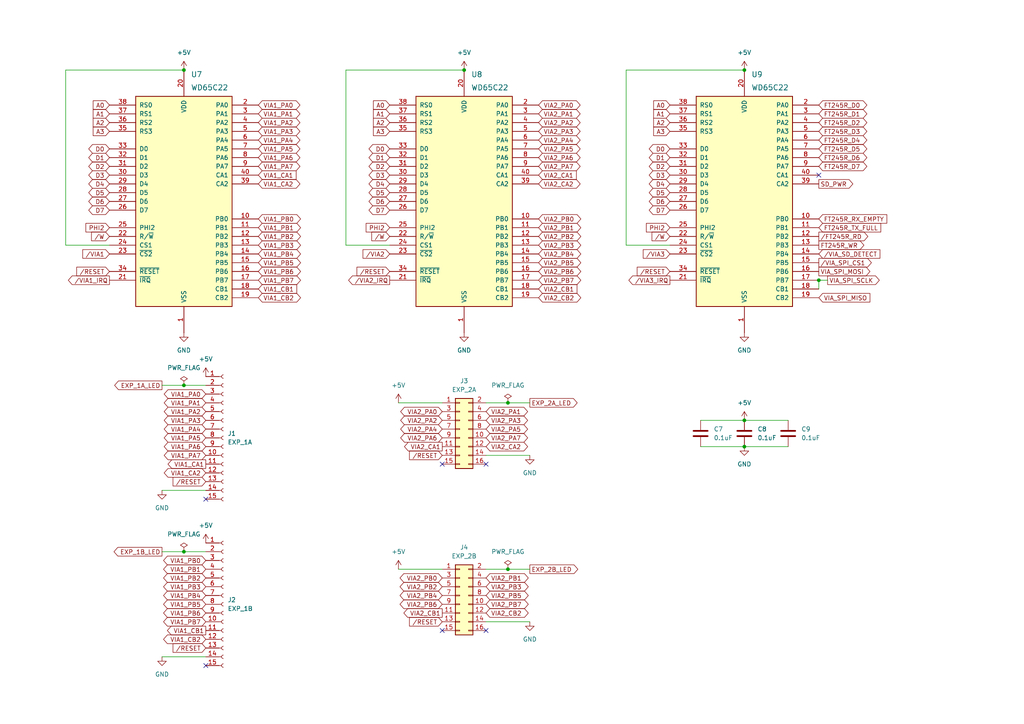
<source format=kicad_sch>
(kicad_sch (version 20211123) (generator eeschema)
  (paper "A4")
  (title_block (title "6502 SBC") (date "2022-04-02") (rev "2.3"))
  (lib_symbols
    (symbol "Connector:Conn_01x15_Female" (pin_names (offset 1.016) hide)
      (property "Reference" "J" (at 0 20.32 0))
      (property "Value" "Conn_01x15_Female" (at 0 -20.32 0))
      (symbol "Conn_01x15_Female_1_1"
        (arc (start 0 -17.272) (mid -0.508 -17.78) (end 0 -18.288) (stroke (width 0.1524)))
        (arc (start 0 -14.732) (mid -0.508 -15.24) (end 0 -15.748) (stroke (width 0.1524)))
        (arc (start 0 -12.192) (mid -0.508 -12.7) (end 0 -13.208) (stroke (width 0.1524)))
        (arc (start 0 -9.652) (mid -0.508 -10.16) (end 0 -10.668) (stroke (width 0.1524)))
        (arc (start 0 -7.112) (mid -0.508 -7.62) (end 0 -8.128) (stroke (width 0.1524)))
        (arc (start 0 -4.572) (mid -0.508 -5.08) (end 0 -5.588) (stroke (width 0.1524)))
        (arc (start 0 -2.032) (mid -0.508 -2.54) (end 0 -3.048) (stroke (width 0.1524)))
        (polyline (pts (xy -1.27 -17.78) (xy -0.508 -17.78)) (stroke (width 0.1524)))
        (polyline (pts (xy -1.27 -15.24) (xy -0.508 -15.24)) (stroke (width 0.1524)))
        (polyline (pts (xy -1.27 -12.7) (xy -0.508 -12.7)) (stroke (width 0.1524)))
        (polyline (pts (xy -1.27 -10.16) (xy -0.508 -10.16)) (stroke (width 0.1524)))
        (polyline (pts (xy -1.27 -7.62) (xy -0.508 -7.62)) (stroke (width 0.1524)))
        (polyline (pts (xy -1.27 -5.08) (xy -0.508 -5.08)) (stroke (width 0.1524)))
        (polyline (pts (xy -1.27 -2.54) (xy -0.508 -2.54)) (stroke (width 0.1524)))
        (polyline (pts (xy -1.27 0) (xy -0.508 0)) (stroke (width 0.1524)))
        (polyline (pts (xy -1.27 2.54) (xy -0.508 2.54)) (stroke (width 0.1524)))
        (polyline (pts (xy -1.27 5.08) (xy -0.508 5.08)) (stroke (width 0.1524)))
        (polyline (pts (xy -1.27 7.62) (xy -0.508 7.62)) (stroke (width 0.1524)))
        (polyline (pts (xy -1.27 10.16) (xy -0.508 10.16)) (stroke (width 0.1524)))
        (polyline (pts (xy -1.27 12.7) (xy -0.508 12.7)) (stroke (width 0.1524)))
        (polyline (pts (xy -1.27 15.24) (xy -0.508 15.24)) (stroke (width 0.1524)))
        (polyline (pts (xy -1.27 17.78) (xy -0.508 17.78)) (stroke (width 0.1524)))
        (arc (start 0 0.508) (mid -0.508 0) (end 0 -0.508) (stroke (width 0.1524)))
        (arc (start 0 3.048) (mid -0.508 2.54) (end 0 2.032) (stroke (width 0.1524)))
        (arc (start 0 5.588) (mid -0.508 5.08) (end 0 4.572) (stroke (width 0.1524)))
        (arc (start 0 8.128) (mid -0.508 7.62) (end 0 7.112) (stroke (width 0.1524)))
        (arc (start 0 10.668) (mid -0.508 10.16) (end 0 9.652) (stroke (width 0.1524)))
        (arc (start 0 13.208) (mid -0.508 12.7) (end 0 12.192) (stroke (width 0.1524)))
        (arc (start 0 15.748) (mid -0.508 15.24) (end 0 14.732) (stroke (width 0.1524)))
        (arc (start 0 18.288) (mid -0.508 17.78) (end 0 17.272) (stroke (width 0.1524)))
        (pin passive line (at -5.08 17.78 0) (length 3.81) (name "Pin_1") (number "1"))
        (pin passive line (at -5.08 -5.08 0) (length 3.81) (name "Pin_10") (number "10"))
        (pin passive line (at -5.08 -7.62 0) (length 3.81) (name "Pin_11") (number "11"))
        (pin passive line (at -5.08 -10.16 0) (length 3.81) (name "Pin_12") (number "12"))
        (pin passive line (at -5.08 -12.7 0) (length 3.81) (name "Pin_13") (number "13"))
        (pin passive line (at -5.08 -15.24 0) (length 3.81) (name "Pin_14") (number "14"))
        (pin passive line (at -5.08 -17.78 0) (length 3.81) (name "Pin_15") (number "15"))
        (pin passive line (at -5.08 15.24 0) (length 3.81) (name "Pin_2") (number "2"))
        (pin passive line (at -5.08 12.7 0) (length 3.81) (name "Pin_3") (number "3"))
        (pin passive line (at -5.08 10.16 0) (length 3.81) (name "Pin_4") (number "4"))
        (pin passive line (at -5.08 7.62 0) (length 3.81) (name "Pin_5") (number "5"))
        (pin passive line (at -5.08 5.08 0) (length 3.81) (name "Pin_6") (number "6"))
        (pin passive line (at -5.08 2.54 0) (length 3.81) (name "Pin_7") (number "7"))
        (pin passive line (at -5.08 0 0) (length 3.81) (name "Pin_8") (number "8"))
        (pin passive line (at -5.08 -2.54 0) (length 3.81) (name "Pin_9") (number "9"))
      )
    )
    (symbol "Connector_Generic:Conn_02x08_Odd_Even" (pin_names (offset 1.016) hide)
      (property "Reference" "J" (at 1.27 10.16 0))
      (property "Value" "Conn_02x08_Odd_Even" (at 1.27 -12.7 0))
      (symbol "Conn_02x08_Odd_Even_1_1"
        (rectangle (start -1.27 -10.033) (end 0 -10.287) (stroke (width 0.1524)))
        (rectangle (start -1.27 -7.493) (end 0 -7.747) (stroke (width 0.1524)))
        (rectangle (start -1.27 -4.953) (end 0 -5.207) (stroke (width 0.1524)))
        (rectangle (start -1.27 -2.413) (end 0 -2.667) (stroke (width 0.1524)))
        (rectangle (start -1.27 0.127) (end 0 -0.127) (stroke (width 0.1524)))
        (rectangle (start -1.27 2.667) (end 0 2.413) (stroke (width 0.1524)))
        (rectangle (start -1.27 5.207) (end 0 4.953) (stroke (width 0.1524)))
        (rectangle (start -1.27 7.747) (end 0 7.493) (stroke (width 0.1524)))
        (rectangle (start -1.27 8.89) (end 3.81 -11.43) (stroke (width 0.254)) (fill (type background)))
        (rectangle (start 3.81 -10.033) (end 2.54 -10.287) (stroke (width 0.1524)))
        (rectangle (start 3.81 -7.493) (end 2.54 -7.747) (stroke (width 0.1524)))
        (rectangle (start 3.81 -4.953) (end 2.54 -5.207) (stroke (width 0.1524)))
        (rectangle (start 3.81 -2.413) (end 2.54 -2.667) (stroke (width 0.1524)))
        (rectangle (start 3.81 0.127) (end 2.54 -0.127) (stroke (width 0.1524)))
        (rectangle (start 3.81 2.667) (end 2.54 2.413) (stroke (width 0.1524)))
        (rectangle (start 3.81 5.207) (end 2.54 4.953) (stroke (width 0.1524)))
        (rectangle (start 3.81 7.747) (end 2.54 7.493) (stroke (width 0.1524)))
        (pin passive line (at -5.08 7.62 0) (length 3.81) (name "Pin_1") (number "1"))
        (pin passive line (at 7.62 -2.54 180) (length 3.81) (name "Pin_10") (number "10"))
        (pin passive line (at -5.08 -5.08 0) (length 3.81) (name "Pin_11") (number "11"))
        (pin passive line (at 7.62 -5.08 180) (length 3.81) (name "Pin_12") (number "12"))
        (pin passive line (at -5.08 -7.62 0) (length 3.81) (name "Pin_13") (number "13"))
        (pin passive line (at 7.62 -7.62 180) (length 3.81) (name "Pin_14") (number "14"))
        (pin passive line (at -5.08 -10.16 0) (length 3.81) (name "Pin_15") (number "15"))
        (pin passive line (at 7.62 -10.16 180) (length 3.81) (name "Pin_16") (number "16"))
        (pin passive line (at 7.62 7.62 180) (length 3.81) (name "Pin_2") (number "2"))
        (pin passive line (at -5.08 5.08 0) (length 3.81) (name "Pin_3") (number "3"))
        (pin passive line (at 7.62 5.08 180) (length 3.81) (name "Pin_4") (number "4"))
        (pin passive line (at -5.08 2.54 0) (length 3.81) (name "Pin_5") (number "5"))
        (pin passive line (at 7.62 2.54 180) (length 3.81) (name "Pin_6") (number "6"))
        (pin passive line (at -5.08 0 0) (length 3.81) (name "Pin_7") (number "7"))
        (pin passive line (at 7.62 0 180) (length 3.81) (name "Pin_8") (number "8"))
        (pin passive line (at -5.08 -2.54 0) (length 3.81) (name "Pin_9") (number "9"))
      )
    )
    (symbol "Device:C" (pin_numbers hide) (pin_names (offset 0.254))
      (property "Reference" "C" (at 0.635 2.54 0))
      (property "Value" "C" (at 0.635 -2.54 0))
      (symbol "C_0_1"
        (polyline (pts (xy -2.032 -0.762) (xy 2.032 -0.762)) (stroke (width 0.508)))
        (polyline (pts (xy -2.032 0.762) (xy 2.032 0.762)) (stroke (width 0.508)))
      )
      (symbol "C_1_1"
        (pin passive line (at 0 3.81 270) (length 2.794) (name "~") (number "1"))
        (pin passive line (at 0 -3.81 90) (length 2.794) (name "~") (number "2"))
      )
    )
    (symbol "Project_MCU_WD_65Cxx:WD65C22" (pin_names (offset 1.016))
      (property "Reference" "U" (at -13.97 29.21 0))
      (property "Value" "WD65C22" (at 0 -2.54 0))
      (symbol "WD65C22_0_1"
        (rectangle (start -13.97 27.94) (end 13.97 -33.02) (stroke (width 0.254)) (fill (type background)))
      )
      (symbol "WD65C22_1_1"
        (pin power_in line (at 0 -40.64 90) (length 7.62) (name "VSS") (number "1"))
        (pin bidirectional line (at 21.59 -7.62 180) (length 7.62) (name "PB0") (number "10"))
        (pin bidirectional line (at 21.59 -10.16 180) (length 7.62) (name "PB1") (number "11"))
        (pin bidirectional line (at 21.59 -12.7 180) (length 7.62) (name "PB2") (number "12"))
        (pin bidirectional line (at 21.59 -15.24 180) (length 7.62) (name "PB3") (number "13"))
        (pin bidirectional line (at 21.59 -17.78 180) (length 7.62) (name "PB4") (number "14"))
        (pin bidirectional line (at 21.59 -20.32 180) (length 7.62) (name "PB5") (number "15"))
        (pin bidirectional line (at 21.59 -22.86 180) (length 7.62) (name "PB6") (number "16"))
        (pin bidirectional line (at 21.59 -25.4 180) (length 7.62) (name "PB7") (number "17"))
        (pin input line (at 21.59 -27.94 180) (length 7.62) (name "CB1") (number "18"))
        (pin bidirectional line (at 21.59 -30.48 180) (length 7.62) (name "CB2") (number "19"))
        (pin bidirectional line (at 21.59 25.4 180) (length 7.62) (name "PA0") (number "2"))
        (pin power_in line (at 0 35.56 270) (length 7.62) (name "VDD") (number "20"))
        (pin output line (at -21.59 -25.4 0) (length 7.62) (name "~{IRQ}") (number "21"))
        (pin input line (at -21.59 -12.7 0) (length 7.62) (name "R/~{W}") (number "22"))
        (pin input line (at -21.59 -17.78 0) (length 7.62) (name "~{CS2}") (number "23"))
        (pin input line (at -21.59 -15.24 0) (length 7.62) (name "CS1") (number "24"))
        (pin input line (at -21.59 -10.16 0) (length 7.62) (name "PHI2") (number "25"))
        (pin tri_state line (at -21.59 -5.08 0) (length 7.62) (name "D7") (number "26"))
        (pin tri_state line (at -21.59 -2.54 0) (length 7.62) (name "D6") (number "27"))
        (pin tri_state line (at -21.59 0 0) (length 7.62) (name "D5") (number "28"))
        (pin tri_state line (at -21.59 2.54 0) (length 7.62) (name "D4") (number "29"))
        (pin bidirectional line (at 21.59 22.86 180) (length 7.62) (name "PA1") (number "3"))
        (pin tri_state line (at -21.59 5.08 0) (length 7.62) (name "D3") (number "30"))
        (pin tri_state line (at -21.59 7.62 0) (length 7.62) (name "D2") (number "31"))
        (pin tri_state line (at -21.59 10.16 0) (length 7.62) (name "D1") (number "32"))
        (pin tri_state line (at -21.59 12.7 0) (length 7.62) (name "D0") (number "33"))
        (pin input line (at -21.59 -22.86 0) (length 7.62) (name "~{RESET}") (number "34"))
        (pin input line (at -21.59 17.78 0) (length 7.62) (name "RS3") (number "35"))
        (pin input line (at -21.59 20.32 0) (length 7.62) (name "RS2") (number "36"))
        (pin input line (at -21.59 22.86 0) (length 7.62) (name "RS1") (number "37"))
        (pin input line (at -21.59 25.4 0) (length 7.62) (name "RS0") (number "38"))
        (pin bidirectional line (at 21.59 2.54 180) (length 7.62) (name "CA2") (number "39"))
        (pin bidirectional line (at 21.59 20.32 180) (length 7.62) (name "PA2") (number "4"))
        (pin input line (at 21.59 5.08 180) (length 7.62) (name "CA1") (number "40"))
        (pin bidirectional line (at 21.59 17.78 180) (length 7.62) (name "PA3") (number "5"))
        (pin bidirectional line (at 21.59 15.24 180) (length 7.62) (name "PA4") (number "6"))
        (pin bidirectional line (at 21.59 12.7 180) (length 7.62) (name "PA5") (number "7"))
        (pin bidirectional line (at 21.59 10.16 180) (length 7.62) (name "PA6") (number "8"))
        (pin bidirectional line (at 21.59 7.62 180) (length 7.62) (name "PA7") (number "9"))
      )
    )
    (symbol "power:+5V" (power) (pin_names (offset 0))
      (property "Value" "+5V" (at 0 3.556 0))
      (symbol "+5V_0_1"
        (polyline (pts (xy -0.762 1.27) (xy 0 2.54)))
        (polyline (pts (xy 0 0) (xy 0 2.54)))
        (polyline (pts (xy 0 2.54) (xy 0.762 1.27)))
      )
      (symbol "+5V_1_1"
        (pin power_in line (at 0 0 90) (length 0) hide (name "+5V") (number "1"))
      )
    )
    (symbol "power:GND" (power) (pin_names (offset 0))
      (property "Value" "GND" (at 0 -3.81 0))
      (symbol "GND_0_1"
        (polyline (pts (xy 0 0) (xy 0 -1.27) (xy 1.27 -1.27) (xy 0 -2.54) (xy -1.27 -1.27) (xy 0 -1.27)))
      )
      (symbol "GND_1_1"
        (pin power_in line (at 0 0 270) (length 0) hide (name "GND") (number "1"))
      )
    )
    (symbol "power:PWR_FLAG" (power) (pin_numbers hide) (pin_names (offset 0) hide)
      (property "Value" "PWR_FLAG" (at 0 3.81 0))
      (symbol "PWR_FLAG_0_0"
        (pin power_out line (at 0 0 90) (length 0) (name "pwr") (number "1"))
      )
      (symbol "PWR_FLAG_0_1"
        (polyline (pts (xy 0 0) (xy 0 1.27) (xy -1.016 1.905) (xy 0 2.54) (xy 1.016 1.905) (xy 0 1.27)))
      )
    )
  )
  (junction (at 53.34 20.32))
  (junction (at 134.62 20.32))
  (junction (at 215.9 20.32))
  (junction (at 237.49 81.28))
  (junction (at 147.32 165.1))
  (junction (at 53.34 160.02))
  (junction (at 147.32 116.84))
  (junction (at 215.9 129.54))
  (junction (at 53.34 111.76))
  (junction (at 215.9 121.92))
  (no_connect (at 237.49 50.8))
  (no_connect (at 140.97 182.88))
  (no_connect (at 59.69 144.78))
  (no_connect (at 59.69 193.04))
  (no_connect (at 128.27 182.88))
  (no_connect (at 128.27 134.62))
  (no_connect (at 140.97 134.62))
  (wire (pts (xy 53.34 160.02) (xy 59.69 160.02)))
  (wire (pts (xy 181.61 20.32) (xy 215.9 20.32)))
  (wire (pts (xy 113.03 71.12) (xy 100.33 71.12)))
  (wire (pts (xy 153.67 132.08) (xy 140.97 132.08)))
  (wire (pts (xy 53.34 111.76) (xy 59.69 111.76)))
  (wire (pts (xy 194.31 71.12) (xy 181.61 71.12)))
  (wire (pts (xy 19.05 20.32) (xy 53.34 20.32)))
  (wire (pts (xy 237.49 81.28) (xy 237.49 83.82)))
  (wire (pts (xy 128.27 165.1) (xy 115.57 165.1)))
  (wire (pts (xy 46.99 111.76) (xy 53.34 111.76)))
  (wire (pts (xy 215.9 121.92) (xy 228.6 121.92)))
  (wire (pts (xy 153.67 180.34) (xy 140.97 180.34)))
  (wire (pts (xy 147.32 116.84) (xy 140.97 116.84)))
  (wire (pts (xy 100.33 20.32) (xy 134.62 20.32)))
  (wire (pts (xy 19.05 71.12) (xy 19.05 20.32)))
  (wire (pts (xy 128.27 116.84) (xy 115.57 116.84)))
  (wire (pts (xy 237.49 81.28) (xy 240.03 81.28)))
  (wire (pts (xy 46.99 142.24) (xy 59.69 142.24)))
  (wire (pts (xy 203.2 129.54) (xy 215.9 129.54)))
  (wire (pts (xy 147.32 165.1) (xy 140.97 165.1)))
  (wire (pts (xy 153.67 116.84) (xy 147.32 116.84)))
  (wire (pts (xy 181.61 71.12) (xy 181.61 20.32)))
  (wire (pts (xy 46.99 190.5) (xy 59.69 190.5)))
  (wire (pts (xy 153.67 165.1) (xy 147.32 165.1)))
  (wire (pts (xy 215.9 129.54) (xy 228.6 129.54)))
  (wire (pts (xy 203.2 121.92) (xy 215.9 121.92)))
  (wire (pts (xy 31.75 71.12) (xy 19.05 71.12)))
  (wire (pts (xy 46.99 160.02) (xy 53.34 160.02)))
  (wire (pts (xy 100.33 71.12) (xy 100.33 20.32)))
  (global_label "VIA1_PB2" (shape bidirectional) (at 74.93 68.58 0) (property "Intersheet References" "${INTERSHEET_REFS}" (effects hide)))
  (global_label "D2" (shape bidirectional) (at 113.03 48.26 180) (property "Intersheet References" "${INTERSHEET_REFS}" (effects hide)))
  (global_label "D7" (shape bidirectional) (at 113.03 60.96 180) (property "Intersheet References" "${INTERSHEET_REFS}" (effects hide)))
  (global_label "{slash}VIA_SPI_CS1" (shape output) (at 237.49 76.2 0) (property "Intersheet References" "${INTERSHEET_REFS}" (effects hide)))
  (global_label "VIA1_CA1" (shape input) (at 74.93 50.8 0) (property "Intersheet References" "${INTERSHEET_REFS}" (effects hide)))
  (global_label "VIA1_PB5" (shape bidirectional) (at 59.69 175.26 180) (property "Intersheet References" "${INTERSHEET_REFS}" (effects hide)))
  (global_label "A3" (shape input) (at 31.75 38.1 180) (property "Intersheet References" "${INTERSHEET_REFS}" (effects hide)))
  (global_label "PHI2" (shape input) (at 113.03 66.04 180) (property "Intersheet References" "${INTERSHEET_REFS}" (effects hide)))
  (global_label "D2" (shape bidirectional) (at 194.31 48.26 180) (property "Intersheet References" "${INTERSHEET_REFS}" (effects hide)))
  (global_label "VIA1_PB1" (shape bidirectional) (at 59.69 165.1 180) (property "Intersheet References" "${INTERSHEET_REFS}" (effects hide)))
  (global_label "VIA2_PB2" (shape bidirectional) (at 128.27 170.18 180) (property "Intersheet References" "${INTERSHEET_REFS}" (effects hide)))
  (global_label "VIA2_PB1" (shape bidirectional) (at 140.97 167.64 0) (property "Intersheet References" "${INTERSHEET_REFS}" (effects hide)))
  (global_label "EXP_1B_LED" (shape output) (at 46.99 160.02 180) (property "Intersheet References" "${INTERSHEET_REFS}" (effects hide)))
  (global_label "VIA2_PB1" (shape bidirectional) (at 156.21 66.04 0) (property "Intersheet References" "${INTERSHEET_REFS}" (effects hide)))
  (global_label "{slash}RESET" (shape input) (at 59.69 187.96 180) (property "Intersheet References" "${INTERSHEET_REFS}" (effects hide)))
  (global_label "A3" (shape input) (at 194.31 38.1 180) (property "Intersheet References" "${INTERSHEET_REFS}" (effects hide)))
  (global_label "A1" (shape input) (at 194.31 33.02 180) (property "Intersheet References" "${INTERSHEET_REFS}" (effects hide)))
  (global_label "VIA1_PA7" (shape bidirectional) (at 74.93 48.26 0) (property "Intersheet References" "${INTERSHEET_REFS}" (effects hide)))
  (global_label "A2" (shape input) (at 113.03 35.56 180) (property "Intersheet References" "${INTERSHEET_REFS}" (effects hide)))
  (global_label "D2" (shape bidirectional) (at 31.75 48.26 180) (property "Intersheet References" "${INTERSHEET_REFS}" (effects hide)))
  (global_label "VIA2_CA1" (shape input) (at 156.21 50.8 0) (property "Intersheet References" "${INTERSHEET_REFS}" (effects hide)))
  (global_label "{slash}RESET" (shape input) (at 128.27 132.08 180) (property "Intersheet References" "${INTERSHEET_REFS}" (effects hide)))
  (global_label "EXP_2B_LED" (shape output) (at 153.67 165.1 0) (property "Intersheet References" "${INTERSHEET_REFS}" (effects hide)))
  (global_label "VIA2_PA3" (shape bidirectional) (at 156.21 38.1 0) (property "Intersheet References" "${INTERSHEET_REFS}" (effects hide)))
  (global_label "D4" (shape bidirectional) (at 31.75 53.34 180) (property "Intersheet References" "${INTERSHEET_REFS}" (effects hide)))
  (global_label "{slash}RESET" (shape input) (at 113.03 78.74 180) (property "Intersheet References" "${INTERSHEET_REFS}" (effects hide)))
  (global_label "VIA1_PB4" (shape bidirectional) (at 74.93 73.66 0) (property "Intersheet References" "${INTERSHEET_REFS}" (effects hide)))
  (global_label "VIA2_CA1" (shape output) (at 128.27 129.54 180) (property "Intersheet References" "${INTERSHEET_REFS}" (effects hide)))
  (global_label "VIA1_PB1" (shape bidirectional) (at 74.93 66.04 0) (property "Intersheet References" "${INTERSHEET_REFS}" (effects hide)))
  (global_label "VIA_SPI_SCLK" (shape output) (at 240.03 81.28 0) (property "Intersheet References" "${INTERSHEET_REFS}" (effects hide)))
  (global_label "VIA1_PA5" (shape bidirectional) (at 59.69 127 180) (property "Intersheet References" "${INTERSHEET_REFS}" (effects hide)))
  (global_label "A0" (shape input) (at 31.75 30.48 180) (property "Intersheet References" "${INTERSHEET_REFS}" (effects hide)))
  (global_label "FT245R_D0" (shape bidirectional) (at 237.49 30.48 0) (property "Intersheet References" "${INTERSHEET_REFS}" (effects hide)))
  (global_label "FT245R_D6" (shape bidirectional) (at 237.49 45.72 0) (property "Intersheet References" "${INTERSHEET_REFS}" (effects hide)))
  (global_label "D4" (shape bidirectional) (at 194.31 53.34 180) (property "Intersheet References" "${INTERSHEET_REFS}" (effects hide)))
  (global_label "{slash}VIA3_IRQ" (shape output) (at 194.31 81.28 180) (property "Intersheet References" "${INTERSHEET_REFS}" (effects hide)))
  (global_label "SD_PWR" (shape output) (at 237.49 53.34 0) (property "Intersheet References" "${INTERSHEET_REFS}" (effects hide)))
  (global_label "VIA1_PB3" (shape bidirectional) (at 74.93 71.12 0) (property "Intersheet References" "${INTERSHEET_REFS}" (effects hide)))
  (global_label "{slash}W" (shape input) (at 31.75 68.58 180) (property "Intersheet References" "${INTERSHEET_REFS}" (effects hide)))
  (global_label "VIA2_PB3" (shape bidirectional) (at 156.21 71.12 0) (property "Intersheet References" "${INTERSHEET_REFS}" (effects hide)))
  (global_label "VIA2_PB4" (shape bidirectional) (at 128.27 172.72 180) (property "Intersheet References" "${INTERSHEET_REFS}" (effects hide)))
  (global_label "VIA1_PB7" (shape bidirectional) (at 59.69 180.34 180) (property "Intersheet References" "${INTERSHEET_REFS}" (effects hide)))
  (global_label "D7" (shape bidirectional) (at 31.75 60.96 180) (property "Intersheet References" "${INTERSHEET_REFS}" (effects hide)))
  (global_label "FT245R_D2" (shape bidirectional) (at 237.49 35.56 0) (property "Intersheet References" "${INTERSHEET_REFS}" (effects hide)))
  (global_label "VIA1_PB0" (shape bidirectional) (at 74.93 63.5 0) (property "Intersheet References" "${INTERSHEET_REFS}" (effects hide)))
  (global_label "A3" (shape input) (at 113.03 38.1 180) (property "Intersheet References" "${INTERSHEET_REFS}" (effects hide)))
  (global_label "{slash}RESET" (shape input) (at 194.31 78.74 180) (property "Intersheet References" "${INTERSHEET_REFS}" (effects hide)))
  (global_label "A0" (shape input) (at 194.31 30.48 180) (property "Intersheet References" "${INTERSHEET_REFS}" (effects hide)))
  (global_label "VIA2_CB1" (shape input) (at 156.21 83.82 0) (property "Intersheet References" "${INTERSHEET_REFS}" (effects hide)))
  (global_label "VIA2_PA2" (shape bidirectional) (at 156.21 35.56 0) (property "Intersheet References" "${INTERSHEET_REFS}" (effects hide)))
  (global_label "VIA1_PA0" (shape bidirectional) (at 59.69 114.3 180) (property "Intersheet References" "${INTERSHEET_REFS}" (effects hide)))
  (global_label "VIA1_CB1" (shape input) (at 74.93 83.82 0) (property "Intersheet References" "${INTERSHEET_REFS}" (effects hide)))
  (global_label "D6" (shape bidirectional) (at 113.03 58.42 180) (property "Intersheet References" "${INTERSHEET_REFS}" (effects hide)))
  (global_label "VIA1_PA3" (shape bidirectional) (at 74.93 38.1 0) (property "Intersheet References" "${INTERSHEET_REFS}" (effects hide)))
  (global_label "D5" (shape bidirectional) (at 113.03 55.88 180) (property "Intersheet References" "${INTERSHEET_REFS}" (effects hide)))
  (global_label "VIA2_PA6" (shape bidirectional) (at 128.27 127 180) (property "Intersheet References" "${INTERSHEET_REFS}" (effects hide)))
  (global_label "VIA1_PB6" (shape bidirectional) (at 59.69 177.8 180) (property "Intersheet References" "${INTERSHEET_REFS}" (effects hide)))
  (global_label "D4" (shape bidirectional) (at 113.03 53.34 180) (property "Intersheet References" "${INTERSHEET_REFS}" (effects hide)))
  (global_label "FT245R_D1" (shape bidirectional) (at 237.49 33.02 0) (property "Intersheet References" "${INTERSHEET_REFS}" (effects hide)))
  (global_label "A1" (shape input) (at 31.75 33.02 180) (property "Intersheet References" "${INTERSHEET_REFS}" (effects hide)))
  (global_label "{slash}RESET" (shape input) (at 59.69 139.7 180) (property "Intersheet References" "${INTERSHEET_REFS}" (effects hide)))
  (global_label "VIA2_CB2" (shape bidirectional) (at 140.97 177.8 0) (property "Intersheet References" "${INTERSHEET_REFS}" (effects hide)))
  (global_label "VIA2_PB3" (shape bidirectional) (at 140.97 170.18 0) (property "Intersheet References" "${INTERSHEET_REFS}" (effects hide)))
  (global_label "VIA2_PB0" (shape bidirectional) (at 128.27 167.64 180) (property "Intersheet References" "${INTERSHEET_REFS}" (effects hide)))
  (global_label "A2" (shape input) (at 194.31 35.56 180) (property "Intersheet References" "${INTERSHEET_REFS}" (effects hide)))
  (global_label "FT245R_TX_FULL" (shape input) (at 237.49 66.04 0) (property "Intersheet References" "${INTERSHEET_REFS}" (effects hide)))
  (global_label "VIA1_PA1" (shape bidirectional) (at 59.69 116.84 180) (property "Intersheet References" "${INTERSHEET_REFS}" (effects hide)))
  (global_label "VIA1_PA1" (shape bidirectional) (at 74.93 33.02 0) (property "Intersheet References" "${INTERSHEET_REFS}" (effects hide)))
  (global_label "FT245R_RX_EMPTY" (shape input) (at 237.49 63.5 0) (property "Intersheet References" "${INTERSHEET_REFS}" (effects hide)))
  (global_label "VIA1_CA2" (shape bidirectional) (at 59.69 137.16 180) (property "Intersheet References" "${INTERSHEET_REFS}" (effects hide)))
  (global_label "PHI2" (shape input) (at 194.31 66.04 180) (property "Intersheet References" "${INTERSHEET_REFS}" (effects hide)))
  (global_label "FT245R_D5" (shape bidirectional) (at 237.49 43.18 0) (property "Intersheet References" "${INTERSHEET_REFS}" (effects hide)))
  (global_label "VIA2_CA2" (shape bidirectional) (at 140.97 129.54 0) (property "Intersheet References" "${INTERSHEET_REFS}" (effects hide)))
  (global_label "VIA2_PA3" (shape bidirectional) (at 140.97 121.92 0) (property "Intersheet References" "${INTERSHEET_REFS}" (effects hide)))
  (global_label "VIA2_PA1" (shape bidirectional) (at 156.21 33.02 0) (property "Intersheet References" "${INTERSHEET_REFS}" (effects hide)))
  (global_label "VIA1_PA5" (shape bidirectional) (at 74.93 43.18 0) (property "Intersheet References" "${INTERSHEET_REFS}" (effects hide)))
  (global_label "FT245R_WR" (shape output) (at 237.49 71.12 0) (property "Intersheet References" "${INTERSHEET_REFS}" (effects hide)))
  (global_label "D1" (shape bidirectional) (at 194.31 45.72 180) (property "Intersheet References" "${INTERSHEET_REFS}" (effects hide)))
  (global_label "VIA2_PB0" (shape bidirectional) (at 156.21 63.5 0) (property "Intersheet References" "${INTERSHEET_REFS}" (effects hide)))
  (global_label "VIA1_PA2" (shape bidirectional) (at 59.69 119.38 180) (property "Intersheet References" "${INTERSHEET_REFS}" (effects hide)))
  (global_label "{slash}VIA2_IRQ" (shape output) (at 113.03 81.28 180) (property "Intersheet References" "${INTERSHEET_REFS}" (effects hide)))
  (global_label "VIA1_PB6" (shape bidirectional) (at 74.93 78.74 0) (property "Intersheet References" "${INTERSHEET_REFS}" (effects hide)))
  (global_label "VIA1_PB3" (shape bidirectional) (at 59.69 170.18 180) (property "Intersheet References" "${INTERSHEET_REFS}" (effects hide)))
  (global_label "VIA1_PB0" (shape bidirectional) (at 59.69 162.56 180) (property "Intersheet References" "${INTERSHEET_REFS}" (effects hide)))
  (global_label "{slash}RESET" (shape input) (at 128.27 180.34 180) (property "Intersheet References" "${INTERSHEET_REFS}" (effects hide)))
  (global_label "A0" (shape input) (at 113.03 30.48 180) (property "Intersheet References" "${INTERSHEET_REFS}" (effects hide)))
  (global_label "{slash}VIA1_IRQ" (shape output) (at 31.75 81.28 180) (property "Intersheet References" "${INTERSHEET_REFS}" (effects hide)))
  (global_label "VIA1_PA4" (shape bidirectional) (at 74.93 40.64 0) (property "Intersheet References" "${INTERSHEET_REFS}" (effects hide)))
  (global_label "D3" (shape bidirectional) (at 194.31 50.8 180) (property "Intersheet References" "${INTERSHEET_REFS}" (effects hide)))
  (global_label "VIA1_PB7" (shape bidirectional) (at 74.93 81.28 0) (property "Intersheet References" "${INTERSHEET_REFS}" (effects hide)))
  (global_label "D0" (shape bidirectional) (at 113.03 43.18 180) (property "Intersheet References" "${INTERSHEET_REFS}" (effects hide)))
  (global_label "VIA2_PB6" (shape bidirectional) (at 128.27 175.26 180) (property "Intersheet References" "${INTERSHEET_REFS}" (effects hide)))
  (global_label "PHI2" (shape input) (at 31.75 66.04 180) (property "Intersheet References" "${INTERSHEET_REFS}" (effects hide)))
  (global_label "VIA2_PB6" (shape bidirectional) (at 156.21 78.74 0) (property "Intersheet References" "${INTERSHEET_REFS}" (effects hide)))
  (global_label "D5" (shape bidirectional) (at 31.75 55.88 180) (property "Intersheet References" "${INTERSHEET_REFS}" (effects hide)))
  (global_label "VIA2_PB7" (shape bidirectional) (at 140.97 175.26 0) (property "Intersheet References" "${INTERSHEET_REFS}" (effects hide)))
  (global_label "{slash}FT245R_RD" (shape output) (at 237.49 68.58 0) (property "Intersheet References" "${INTERSHEET_REFS}" (effects hide)))
  (global_label "VIA2_PB4" (shape bidirectional) (at 156.21 73.66 0) (property "Intersheet References" "${INTERSHEET_REFS}" (effects hide)))
  (global_label "D0" (shape bidirectional) (at 194.31 43.18 180) (property "Intersheet References" "${INTERSHEET_REFS}" (effects hide)))
  (global_label "A1" (shape input) (at 113.03 33.02 180) (property "Intersheet References" "${INTERSHEET_REFS}" (effects hide)))
  (global_label "D3" (shape bidirectional) (at 31.75 50.8 180) (property "Intersheet References" "${INTERSHEET_REFS}" (effects hide)))
  (global_label "VIA2_PA7" (shape bidirectional) (at 156.21 48.26 0) (property "Intersheet References" "${INTERSHEET_REFS}" (effects hide)))
  (global_label "{slash}W" (shape input) (at 113.03 68.58 180) (property "Intersheet References" "${INTERSHEET_REFS}" (effects hide)))
  (global_label "VIA1_PB5" (shape bidirectional) (at 74.93 76.2 0) (property "Intersheet References" "${INTERSHEET_REFS}" (effects hide)))
  (global_label "{slash}RESET" (shape input) (at 31.75 78.74 180) (property "Intersheet References" "${INTERSHEET_REFS}" (effects hide)))
  (global_label "VIA1_PA7" (shape bidirectional) (at 59.69 132.08 180) (property "Intersheet References" "${INTERSHEET_REFS}" (effects hide)))
  (global_label "D6" (shape bidirectional) (at 31.75 58.42 180) (property "Intersheet References" "${INTERSHEET_REFS}" (effects hide)))
  (global_label "FT245R_D4" (shape bidirectional) (at 237.49 40.64 0) (property "Intersheet References" "${INTERSHEET_REFS}" (effects hide)))
  (global_label "VIA1_CB2" (shape bidirectional) (at 74.93 86.36 0) (property "Intersheet References" "${INTERSHEET_REFS}" (effects hide)))
  (global_label "VIA2_PB5" (shape bidirectional) (at 156.21 76.2 0) (property "Intersheet References" "${INTERSHEET_REFS}" (effects hide)))
  (global_label "VIA2_CB1" (shape output) (at 128.27 177.8 180) (property "Intersheet References" "${INTERSHEET_REFS}" (effects hide)))
  (global_label "VIA2_PB7" (shape bidirectional) (at 156.21 81.28 0) (property "Intersheet References" "${INTERSHEET_REFS}" (effects hide)))
  (global_label "VIA2_PA2" (shape bidirectional) (at 128.27 121.92 180) (property "Intersheet References" "${INTERSHEET_REFS}" (effects hide)))
  (global_label "A2" (shape input) (at 31.75 35.56 180) (property "Intersheet References" "${INTERSHEET_REFS}" (effects hide)))
  (global_label "VIA2_PA5" (shape bidirectional) (at 140.97 124.46 0) (property "Intersheet References" "${INTERSHEET_REFS}" (effects hide)))
  (global_label "VIA2_PA1" (shape bidirectional) (at 140.97 119.38 0) (property "Intersheet References" "${INTERSHEET_REFS}" (effects hide)))
  (global_label "EXP_2A_LED" (shape output) (at 153.67 116.84 0) (property "Intersheet References" "${INTERSHEET_REFS}" (effects hide)))
  (global_label "FT245R_D7" (shape bidirectional) (at 237.49 48.26 0) (property "Intersheet References" "${INTERSHEET_REFS}" (effects hide)))
  (global_label "VIA2_PA4" (shape bidirectional) (at 128.27 124.46 180) (property "Intersheet References" "${INTERSHEET_REFS}" (effects hide)))
  (global_label "VIA1_PA0" (shape bidirectional) (at 74.93 30.48 0) (property "Intersheet References" "${INTERSHEET_REFS}" (effects hide)))
  (global_label "VIA2_PA0" (shape bidirectional) (at 156.21 30.48 0) (property "Intersheet References" "${INTERSHEET_REFS}" (effects hide)))
  (global_label "VIA2_PB2" (shape bidirectional) (at 156.21 68.58 0) (property "Intersheet References" "${INTERSHEET_REFS}" (effects hide)))
  (global_label "D5" (shape bidirectional) (at 194.31 55.88 180) (property "Intersheet References" "${INTERSHEET_REFS}" (effects hide)))
  (global_label "VIA_SPI_MISO" (shape input) (at 237.49 86.36 0) (property "Intersheet References" "${INTERSHEET_REFS}" (effects hide)))
  (global_label "VIA2_PA5" (shape bidirectional) (at 156.21 43.18 0) (property "Intersheet References" "${INTERSHEET_REFS}" (effects hide)))
  (global_label "VIA1_PA6" (shape bidirectional) (at 74.93 45.72 0) (property "Intersheet References" "${INTERSHEET_REFS}" (effects hide)))
  (global_label "{slash}VIA3" (shape input) (at 194.31 73.66 180) (property "Intersheet References" "${INTERSHEET_REFS}" (effects hide)))
  (global_label "VIA2_PA6" (shape bidirectional) (at 156.21 45.72 0) (property "Intersheet References" "${INTERSHEET_REFS}" (effects hide)))
  (global_label "VIA1_PA6" (shape bidirectional) (at 59.69 129.54 180) (property "Intersheet References" "${INTERSHEET_REFS}" (effects hide)))
  (global_label "VIA1_PA4" (shape bidirectional) (at 59.69 124.46 180) (property "Intersheet References" "${INTERSHEET_REFS}" (effects hide)))
  (global_label "{slash}VIA_SD_DETECT" (shape input) (at 237.49 73.66 0) (property "Intersheet References" "${INTERSHEET_REFS}" (effects hide)))
  (global_label "VIA2_PA7" (shape bidirectional) (at 140.97 127 0) (property "Intersheet References" "${INTERSHEET_REFS}" (effects hide)))
  (global_label "{slash}VIA1" (shape input) (at 31.75 73.66 180) (property "Intersheet References" "${INTERSHEET_REFS}" (effects hide)))
  (global_label "VIA1_PA2" (shape bidirectional) (at 74.93 35.56 0) (property "Intersheet References" "${INTERSHEET_REFS}" (effects hide)))
  (global_label "D6" (shape bidirectional) (at 194.31 58.42 180) (property "Intersheet References" "${INTERSHEET_REFS}" (effects hide)))
  (global_label "VIA1_PA3" (shape bidirectional) (at 59.69 121.92 180) (property "Intersheet References" "${INTERSHEET_REFS}" (effects hide)))
  (global_label "VIA2_PB5" (shape bidirectional) (at 140.97 172.72 0) (property "Intersheet References" "${INTERSHEET_REFS}" (effects hide)))
  (global_label "VIA2_CA2" (shape bidirectional) (at 156.21 53.34 0) (property "Intersheet References" "${INTERSHEET_REFS}" (effects hide)))
  (global_label "{slash}VIA2" (shape input) (at 113.03 73.66 180) (property "Intersheet References" "${INTERSHEET_REFS}" (effects hide)))
  (global_label "EXP_1A_LED" (shape output) (at 46.99 111.76 180) (property "Intersheet References" "${INTERSHEET_REFS}" (effects hide)))
  (global_label "FT245R_D3" (shape bidirectional) (at 237.49 38.1 0) (property "Intersheet References" "${INTERSHEET_REFS}" (effects hide)))
  (global_label "VIA1_CB2" (shape bidirectional) (at 59.69 185.42 180) (property "Intersheet References" "${INTERSHEET_REFS}" (effects hide)))
  (global_label "VIA1_CA2" (shape bidirectional) (at 74.93 53.34 0) (property "Intersheet References" "${INTERSHEET_REFS}" (effects hide)))
  (global_label "D0" (shape bidirectional) (at 31.75 43.18 180) (property "Intersheet References" "${INTERSHEET_REFS}" (effects hide)))
  (global_label "D7" (shape bidirectional) (at 194.31 60.96 180) (property "Intersheet References" "${INTERSHEET_REFS}" (effects hide)))
  (global_label "D1" (shape bidirectional) (at 113.03 45.72 180) (property "Intersheet References" "${INTERSHEET_REFS}" (effects hide)))
  (global_label "D1" (shape bidirectional) (at 31.75 45.72 180) (property "Intersheet References" "${INTERSHEET_REFS}" (effects hide)))
  (global_label "VIA1_CA1" (shape output) (at 59.69 134.62 180) (property "Intersheet References" "${INTERSHEET_REFS}" (effects hide)))
  (global_label "VIA_SPI_MOSI" (shape output) (at 237.49 78.74 0) (property "Intersheet References" "${INTERSHEET_REFS}" (effects hide)))
  (global_label "VIA2_PA0" (shape bidirectional) (at 128.27 119.38 180) (property "Intersheet References" "${INTERSHEET_REFS}" (effects hide)))
  (global_label "VIA1_PB2" (shape bidirectional) (at 59.69 167.64 180) (property "Intersheet References" "${INTERSHEET_REFS}" (effects hide)))
  (global_label "VIA1_CB1" (shape output) (at 59.69 182.88 180) (property "Intersheet References" "${INTERSHEET_REFS}" (effects hide)))
  (global_label "VIA2_CB2" (shape bidirectional) (at 156.21 86.36 0) (property "Intersheet References" "${INTERSHEET_REFS}" (effects hide)))
  (global_label "D3" (shape bidirectional) (at 113.03 50.8 180) (property "Intersheet References" "${INTERSHEET_REFS}" (effects hide)))
  (global_label "VIA2_PA4" (shape bidirectional) (at 156.21 40.64 0) (property "Intersheet References" "${INTERSHEET_REFS}" (effects hide)))
  (global_label "VIA1_PB4" (shape bidirectional) (at 59.69 172.72 180) (property "Intersheet References" "${INTERSHEET_REFS}" (effects hide)))
  (global_label "{slash}W" (shape input) (at 194.31 68.58 180) (property "Intersheet References" "${INTERSHEET_REFS}" (effects hide)))
  (symbol (lib_id "Connector_Generic:Conn_02x08_Odd_Even") (at 133.35 124.46 0) (unit 1)
    (property "Reference" "J3" (at 134.62 110.49 0))
    (property "Value" "EXP_2A" (at 134.62 113.03 0))
    (property "Footprint" "Connector_PinHeader_2.54mm:PinHeader_2x08_P2.54mm_Vertical" (effects hide))
  )
  (symbol (lib_id "power:+5V") (at 215.9 121.92 0) (unit 1)
    (property "Reference" "#PWR0141" (effects hide))
    (property "Value" "+5V" (at 215.9 116.84 0))
  )
  (symbol (lib_id "Connector:Conn_01x15_Female") (at 64.77 175.26 0) (unit 1)
    (property "Reference" "J2" (at 66.04 173.9899 0) (effects (justify left)))
    (property "Value" "EXP_1B" (at 66.04 176.5299 0) (effects (justify left)))
    (property "Footprint" "Connector_PinSocket_2.54mm:PinSocket_1x15_P2.54mm_Vertical" (effects hide))
  )
  (symbol (lib_id "power:PWR_FLAG") (at 147.32 165.1 0) (unit 1)
    (property "Reference" "#FLG0104" (effects hide))
    (property "Value" "PWR_FLAG" (at 147.32 160.02 0))
  )
  (symbol (lib_id "power:GND") (at 46.99 142.24 0) (mirror y) (unit 1)
    (property "Reference" "#PWR0135" (effects hide))
    (property "Value" "GND" (at 46.99 147.32 0))
  )
  (symbol (lib_id "power:+5V") (at 115.57 116.84 0) (unit 1)
    (property "Reference" "#PWR0130" (effects hide))
    (property "Value" "+5V" (at 115.57 111.76 0))
  )
  (symbol (lib_id "power:PWR_FLAG") (at 53.34 111.76 0) (unit 1)
    (property "Reference" "#FLG0102" (effects hide))
    (property "Value" "PWR_FLAG" (at 53.34 106.68 0))
  )
  (symbol (lib_id "power:+5V") (at 59.69 157.48 0) (unit 1)
    (property "Reference" "#PWR0134" (effects hide))
    (property "Value" "+5V" (at 59.69 152.4 0))
  )
  (symbol (lib_id "power:+5V") (at 115.57 165.1 0) (unit 1)
    (property "Reference" "#PWR0133" (effects hide))
    (property "Value" "+5V" (at 115.57 160.02 0))
  )
  (symbol (lib_id "power:PWR_FLAG") (at 147.32 116.84 0) (unit 1)
    (property "Reference" "#FLG0103" (effects hide))
    (property "Value" "PWR_FLAG" (at 147.32 111.76 0))
  )
  (symbol (lib_id "power:+5V") (at 215.9 20.32 0) (unit 1)
    (property "Reference" "#PWR0125" (effects hide))
    (property "Value" "+5V" (at 215.9 15.24 0))
  )
  (symbol (lib_id "power:+5V") (at 59.69 109.22 0) (unit 1)
    (property "Reference" "#PWR0129" (effects hide))
    (property "Value" "+5V" (at 59.69 104.14 0))
  )
  (symbol (lib_id "Device:C") (at 203.2 125.73 0) (unit 1)
    (property "Reference" "C7" (at 207.01 124.4599 0) (effects (justify left)))
    (property "Value" "0.1uF" (at 207.01 126.9999 0) (effects (justify left)))
    (property "Footprint" "Capacitor_SMD:C_0805_2012Metric_Pad1.18x1.45mm_HandSolder" (effects hide))
  )
  (symbol (lib_id "Project_MCU_WD_65Cxx:WD65C22") (at 215.9 55.88 0) (unit 1)
    (property "Reference" "U9" (at 217.9194 21.59 0) (effects (font (size 1.524 1.524)) (justify left)))
    (property "Value" "WD65C22" (at 217.9194 25.4 0) (effects (font (size 1.524 1.524)) (justify left)))
    (property "Footprint" "Package_DIP:DIP-40_W15.24mm_Socket" (effects hide))
    (property "Datasheet" "https://www.westerndesigncenter.com/wdc/documentation/w65c22.pdf" (effects hide))
  )
  (symbol (lib_id "power:GND") (at 215.9 96.52 0) (unit 1)
    (property "Reference" "#PWR0126" (effects hide))
    (property "Value" "GND" (at 215.9 101.6 0))
  )
  (symbol (lib_id "power:GND") (at 53.34 96.52 0) (unit 1)
    (property "Reference" "#PWR0117" (effects hide))
    (property "Value" "GND" (at 53.34 101.6 0))
  )
  (symbol (lib_id "power:+5V") (at 53.34 20.32 0) (unit 1)
    (property "Reference" "#PWR0116" (effects hide))
    (property "Value" "+5V" (at 53.34 15.24 0))
  )
  (symbol (lib_id "power:GND") (at 46.99 190.5 0) (mirror y) (unit 1)
    (property "Reference" "#PWR0136" (effects hide))
    (property "Value" "GND" (at 46.99 195.58 0))
  )
  (symbol (lib_id "Device:C") (at 215.9 125.73 0) (unit 1)
    (property "Reference" "C8" (at 219.71 124.4599 0) (effects (justify left)))
    (property "Value" "0.1uF" (at 219.71 126.9999 0) (effects (justify left)))
    (property "Footprint" "Capacitor_SMD:C_0805_2012Metric_Pad1.18x1.45mm_HandSolder" (effects hide))
  )
  (symbol (lib_id "power:GND") (at 134.62 96.52 0) (unit 1)
    (property "Reference" "#PWR0118" (effects hide))
    (property "Value" "GND" (at 134.62 101.6 0))
  )
  (symbol (lib_id "Connector_Generic:Conn_02x08_Odd_Even") (at 133.35 172.72 0) (unit 1)
    (property "Reference" "J4" (at 134.62 158.75 0))
    (property "Value" "EXP_2B" (at 134.62 161.29 0))
    (property "Footprint" "Connector_PinHeader_2.54mm:PinHeader_2x08_P2.54mm_Vertical" (effects hide))
  )
  (symbol (lib_id "Project_MCU_WD_65Cxx:WD65C22") (at 53.34 55.88 0) (unit 1)
    (property "Reference" "U7" (at 55.3594 21.59 0) (effects (font (size 1.524 1.524)) (justify left)))
    (property "Value" "WD65C22" (at 55.3594 25.4 0) (effects (font (size 1.524 1.524)) (justify left)))
    (property "Footprint" "Package_DIP:DIP-40_W15.24mm_Socket" (effects hide))
    (property "Datasheet" "https://www.westerndesigncenter.com/wdc/documentation/w65c22.pdf" (effects hide))
  )
  (symbol (lib_id "Device:C") (at 228.6 125.73 0) (unit 1)
    (property "Reference" "C9" (at 232.41 124.4599 0) (effects (justify left)))
    (property "Value" "0.1uF" (at 232.41 126.9999 0) (effects (justify left)))
    (property "Footprint" "Capacitor_SMD:C_0805_2012Metric_Pad1.18x1.45mm_HandSolder" (effects hide))
  )
  (symbol (lib_id "Project_MCU_WD_65Cxx:WD65C22") (at 134.62 55.88 0) (unit 1)
    (property "Reference" "U8" (at 136.6394 21.59 0) (effects (font (size 1.524 1.524)) (justify left)))
    (property "Value" "WD65C22" (at 136.6394 25.4 0) (effects (font (size 1.524 1.524)) (justify left)))
    (property "Footprint" "Package_DIP:DIP-40_W15.24mm_Socket" (effects hide))
    (property "Datasheet" "https://www.westerndesigncenter.com/wdc/documentation/w65c22.pdf" (effects hide))
  )
  (symbol (lib_id "power:+5V") (at 134.62 20.32 0) (unit 1)
    (property "Reference" "#PWR0119" (effects hide))
    (property "Value" "+5V" (at 134.62 15.24 0))
  )
  (symbol (lib_id "power:PWR_FLAG") (at 53.34 160.02 0) (unit 1)
    (property "Reference" "#FLG0105" (effects hide))
    (property "Value" "PWR_FLAG" (at 53.34 154.94 0))
  )
  (symbol (lib_id "power:GND") (at 153.67 132.08 0) (mirror y) (unit 1)
    (property "Reference" "#PWR0131" (effects hide))
    (property "Value" "GND" (at 153.67 137.16 0))
  )
  (symbol (lib_id "power:GND") (at 215.9 129.54 0) (unit 1)
    (property "Reference" "#PWR0142" (effects hide))
    (property "Value" "GND" (at 215.9 134.62 0))
  )
  (symbol (lib_id "power:GND") (at 153.67 180.34 0) (mirror y) (unit 1)
    (property "Reference" "#PWR0132" (effects hide))
    (property "Value" "GND" (at 153.67 185.42 0))
  )
  (symbol (lib_id "Connector:Conn_01x15_Female") (at 64.77 127 0) (unit 1)
    (property "Reference" "J1" (at 66.04 125.7299 0) (effects (justify left)))
    (property "Value" "EXP_1A" (at 66.04 128.2699 0) (effects (justify left)))
    (property "Footprint" "Connector_PinSocket_2.54mm:PinSocket_1x15_P2.54mm_Vertical" (effects hide))
  )
)
</source>
